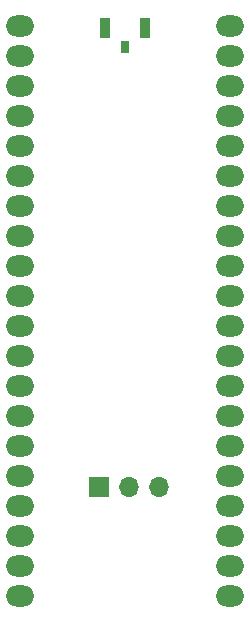
<source format=gbr>
%TF.GenerationSoftware,KiCad,Pcbnew,7.0.5*%
%TF.CreationDate,2024-02-18T16:55:48-05:00*%
%TF.ProjectId,pico-reset,7069636f-2d72-4657-9365-742e6b696361,rev?*%
%TF.SameCoordinates,Original*%
%TF.FileFunction,Soldermask,Bot*%
%TF.FilePolarity,Negative*%
%FSLAX46Y46*%
G04 Gerber Fmt 4.6, Leading zero omitted, Abs format (unit mm)*
G04 Created by KiCad (PCBNEW 7.0.5) date 2024-02-18 16:55:48*
%MOMM*%
%LPD*%
G01*
G04 APERTURE LIST*
%ADD10O,2.400000X1.800000*%
%ADD11R,0.900000X1.700000*%
%ADD12R,0.800000X1.100000*%
%ADD13R,1.700000X1.700000*%
%ADD14O,1.700000X1.700000*%
G04 APERTURE END LIST*
D10*
%TO.C,A1*%
X111760000Y-81280000D03*
X111760000Y-83820000D03*
X111760000Y-86360000D03*
X111760000Y-88900000D03*
X111760000Y-91440000D03*
X111760000Y-93980000D03*
X111760000Y-96520000D03*
X111760000Y-99060000D03*
X111760000Y-101600000D03*
X111760000Y-104140000D03*
X111760000Y-106680000D03*
X111760000Y-109220000D03*
X111760000Y-111760000D03*
X111760000Y-114300000D03*
X111760000Y-116840000D03*
X111760000Y-119380000D03*
X111760000Y-121920000D03*
X111760000Y-124460000D03*
X111760000Y-127000000D03*
X111760000Y-129540000D03*
X129540000Y-129540000D03*
X129540000Y-127000000D03*
X129540000Y-124460000D03*
X129540000Y-121920000D03*
X129540000Y-119380000D03*
X129540000Y-116840000D03*
X129540000Y-114300000D03*
X129540000Y-111760000D03*
X129540000Y-109220000D03*
X129540000Y-106680000D03*
X129540000Y-104140000D03*
X129540000Y-101600000D03*
X129540000Y-99060000D03*
X129540000Y-96520000D03*
X129540000Y-93980000D03*
X129540000Y-91440000D03*
X129540000Y-88900000D03*
X129540000Y-86360000D03*
X129540000Y-83820000D03*
X129540000Y-81280000D03*
%TD*%
D11*
%TO.C,SW1*%
X122350000Y-81460000D03*
X118950000Y-81460000D03*
D12*
X120650000Y-83100000D03*
%TD*%
D13*
%TO.C,J2*%
X118443146Y-120329108D03*
D14*
X120983146Y-120329108D03*
X123523146Y-120329108D03*
%TD*%
M02*

</source>
